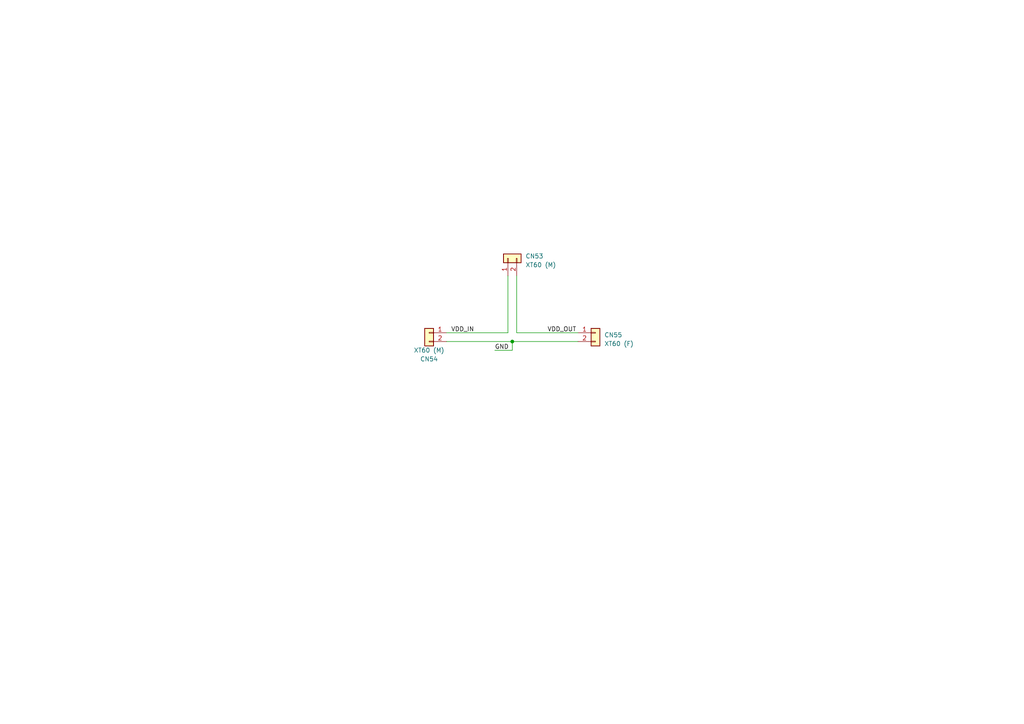
<source format=kicad_sch>
(kicad_sch (version 20230409) (generator eeschema)
  (paper "A4")
  (title_block (title "Electrical Diagram - EcoMaua 2024 - Carbonasso") (date "2024-07-11") (rev "V1.0.0") (company "Instituto Mauá de Tecnologia"))
  (lib_symbols
    (symbol "Connector_Generic:Conn_01x02" (pin_names (offset 1.016) hide)
      (property "Reference" "J" (at 0 2.54 0))
      (property "Value" "Conn_01x02" (at 0 -5.08 0))
      (symbol "Conn_01x02_1_1"
        (rectangle (start -1.27 -2.413) (end 0 -2.667) (stroke (width 0.1524)))
        (rectangle (start -1.27 0.127) (end 0 -0.127) (stroke (width 0.1524)))
        (rectangle (start -1.27 1.27) (end 1.27 -3.81) (stroke (width 0.254)) (fill (type background)))
        (pin passive line (at -5.08 0 0) (length 3.81) (name "Pin_1") (number "1"))
        (pin passive line (at -5.08 -2.54 0) (length 3.81) (name "Pin_2") (number "2"))
      )
    )
  )
  (junction (at 148.59 99.06))
  (wire (pts (xy 147.32 96.52) (xy 147.32 80.01)))
  (wire (pts (xy 149.86 80.01) (xy 149.86 96.52)))
  (wire (pts (xy 148.59 99.06) (xy 167.64 99.06)))
  (wire (pts (xy 149.86 96.52) (xy 167.64 96.52)))
  (wire (pts (xy 129.54 96.52) (xy 147.32 96.52)))
  (wire (pts (xy 129.54 99.06) (xy 148.59 99.06)))
  (wire (pts (xy 143.51 101.6) (xy 148.59 101.6)))
  (wire (pts (xy 148.59 101.6) (xy 148.59 99.06)))
  (label "GND" (at 143.51 101.6 0))
  (label "VDD_OUT" (at 158.75 96.52 0))
  (label "VDD_IN" (at 130.81 96.52 0))
  (symbol (lib_id "Connector_Generic:Conn_01x02") (at 147.32 74.93 90) (unit 1)
    (property "Reference" "CN53" (at 152.4 74.295 90) (effects (justify right)))
    (property "Value" "XT60 (M)" (at 152.4 76.835 90) (effects (justify right)))
  )
  (symbol (lib_id "Connector_Generic:Conn_01x02") (at 124.46 96.52 0) (mirror y) (unit 1)
    (property "Reference" "CN54" (at 124.46 104.14 0))
    (property "Value" "XT60 (M)" (at 124.46 101.6 0))
  )
  (symbol (lib_id "Connector_Generic:Conn_01x02") (at 172.72 96.52 0) (unit 1)
    (property "Reference" "CN55" (at 175.26 97.155 0) (effects (justify left)))
    (property "Value" "XT60 (F)" (at 175.26 99.695 0) (effects (justify left)))
  )
)
</source>
